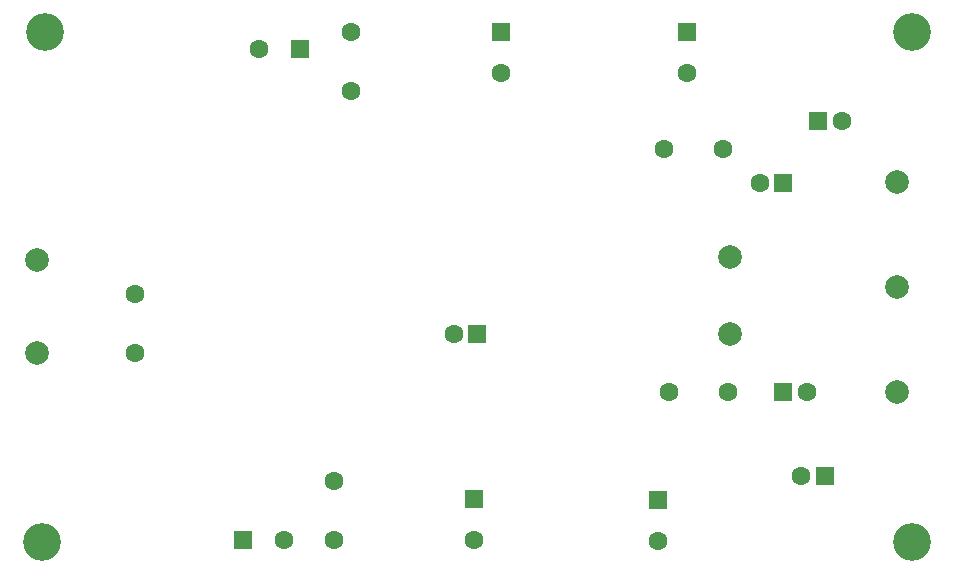
<source format=gbr>
G04 #@! TF.GenerationSoftware,KiCad,Pcbnew,(5.1.8-0-10_14)*
G04 #@! TF.CreationDate,2020-12-22T22:27:09+01:00*
G04 #@! TF.ProjectId,pre-amp-discret,7072652d-616d-4702-9d64-697363726574,rev?*
G04 #@! TF.SameCoordinates,Original*
G04 #@! TF.FileFunction,Soldermask,Bot*
G04 #@! TF.FilePolarity,Negative*
%FSLAX46Y46*%
G04 Gerber Fmt 4.6, Leading zero omitted, Abs format (unit mm)*
G04 Created by KiCad (PCBNEW (5.1.8-0-10_14)) date 2020-12-22 22:27:09*
%MOMM*%
%LPD*%
G01*
G04 APERTURE LIST*
%ADD10C,1.600000*%
%ADD11R,1.600000X1.600000*%
%ADD12C,2.000000*%
%ADD13C,3.200000*%
G04 APERTURE END LIST*
D10*
X162560000Y-143301600D03*
D11*
X162560000Y-139801600D03*
D10*
X164922200Y-103779200D03*
D11*
X164922200Y-100279200D03*
D10*
X160864800Y-125882400D03*
D11*
X162864800Y-125882400D03*
D10*
X146502000Y-143281400D03*
D11*
X143002000Y-143281400D03*
D10*
X144404200Y-101727000D03*
D11*
X147904200Y-101727000D03*
D10*
X178181000Y-143433800D03*
D11*
X178181000Y-139933800D03*
D10*
X180594000Y-103766500D03*
D11*
X180594000Y-100266500D03*
D10*
X190322200Y-137896600D03*
D11*
X192322200Y-137896600D03*
D10*
X190754000Y-130810000D03*
D11*
X188754000Y-130810000D03*
D10*
X193719200Y-107848400D03*
D11*
X191719200Y-107848400D03*
D10*
X186798200Y-113055400D03*
D11*
X188798200Y-113055400D03*
D10*
X150774400Y-138328400D03*
X150774400Y-143328400D03*
X152222200Y-100304600D03*
X152222200Y-105304600D03*
X184133500Y-130810000D03*
X179133500Y-130810000D03*
X178642000Y-110210600D03*
X183642000Y-110210600D03*
D12*
X184302400Y-119354600D03*
X184251600Y-125907800D03*
X198374000Y-121920000D03*
X125603000Y-127508000D03*
X198374000Y-130810000D03*
X125603000Y-119634000D03*
X198374000Y-113030000D03*
D13*
X126238000Y-100330000D03*
X125984000Y-143510000D03*
X199644000Y-143510000D03*
X199644000Y-100330000D03*
D10*
X133858000Y-127491500D03*
X133858000Y-122491500D03*
M02*

</source>
